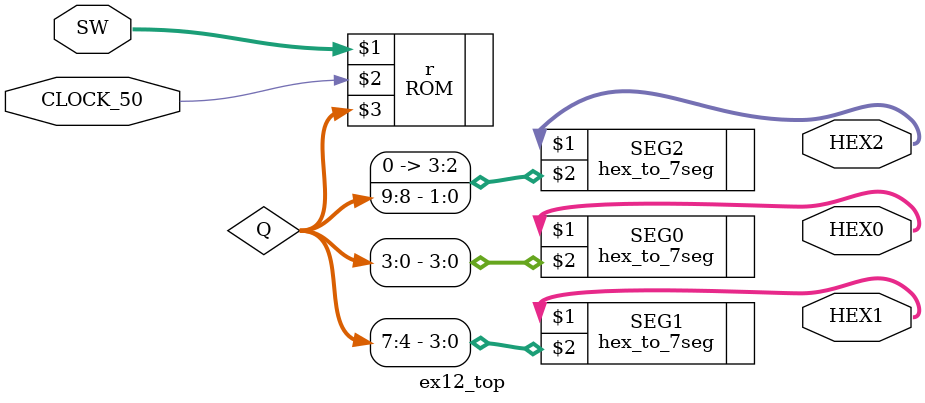
<source format=v>
module ex12_top(CLOCK_50, SW, HEX0, HEX1, HEX2);

	input  				CLOCK_50;
	input	 	[9:0]		SW;
	
	output	[6:0] 	HEX0;
	output	[6:0] 	HEX1;
	output	[6:0] 	HEX2;
	
	wire 		[9:0] 	Q;
	
	ROM r(SW, CLOCK_50, Q);
	
	hex_to_7seg SEG0 (HEX0, Q[3:0]);
	hex_to_7seg SEG1 (HEX1, Q[7:4]);
	hex_to_7seg SEG2 (HEX2, {2'b00, Q[9:8]});
	
endmodule
</source>
